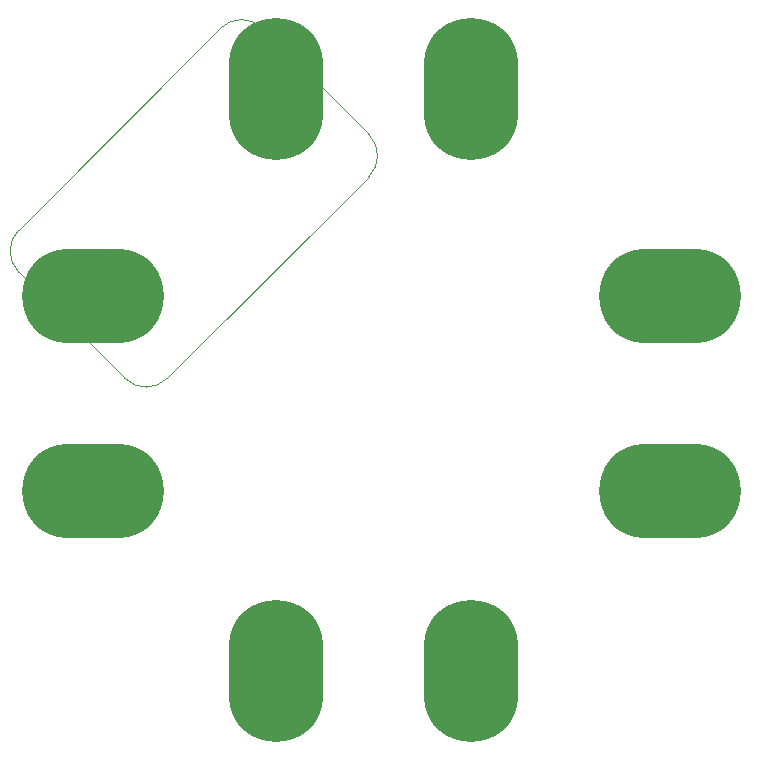
<source format=gbr>
%TF.GenerationSoftware,KiCad,Pcbnew,(5.1.8-0-10_14)*%
%TF.CreationDate,2021-02-16T17:48:47+08:00*%
%TF.ProjectId,batt_board,62617474-5f62-46f6-9172-642e6b696361,rev?*%
%TF.SameCoordinates,Original*%
%TF.FileFunction,Paste,Bot*%
%TF.FilePolarity,Positive*%
%FSLAX46Y46*%
G04 Gerber Fmt 4.6, Leading zero omitted, Abs format (unit mm)*
G04 Created by KiCad (PCBNEW (5.1.8-0-10_14)) date 2021-02-16 17:48:47*
%MOMM*%
%LPD*%
G01*
G04 APERTURE LIST*
%ADD10C,0.120000*%
%ADD11O,12.000000X8.000000*%
%ADD12O,8.000000X12.000000*%
G04 APERTURE END LIST*
D10*
%TO.C,J11*%
X91222102Y-73133949D02*
X108284589Y-56071462D01*
X111876692Y-56071462D02*
X120856948Y-65051718D01*
X120856948Y-68643821D02*
X103794461Y-85706307D01*
X100202359Y-85706307D02*
X91222102Y-76726051D01*
X108284589Y-56071461D02*
G75*
G02*
X111876692Y-56071462I1796051J-1796052D01*
G01*
X120856948Y-65051717D02*
G75*
G02*
X120856948Y-68643821I-1796052J-1796052D01*
G01*
X103794461Y-85706307D02*
G75*
G02*
X100202359Y-85706307I-1796051J1796051D01*
G01*
X91222103Y-76726052D02*
G75*
G02*
X91222102Y-73133949I1796051J1796052D01*
G01*
%TD*%
D11*
%TO.C,J3*%
X97520000Y-78740000D03*
X97520000Y-95250000D03*
%TD*%
D12*
%TO.C,J5*%
X129540000Y-61190000D03*
X113030000Y-61190000D03*
%TD*%
D11*
%TO.C,J4*%
X146320000Y-95250000D03*
X146320000Y-78740000D03*
%TD*%
D12*
%TO.C,J2*%
X129540000Y-110490000D03*
X113030000Y-110490000D03*
%TD*%
M02*

</source>
